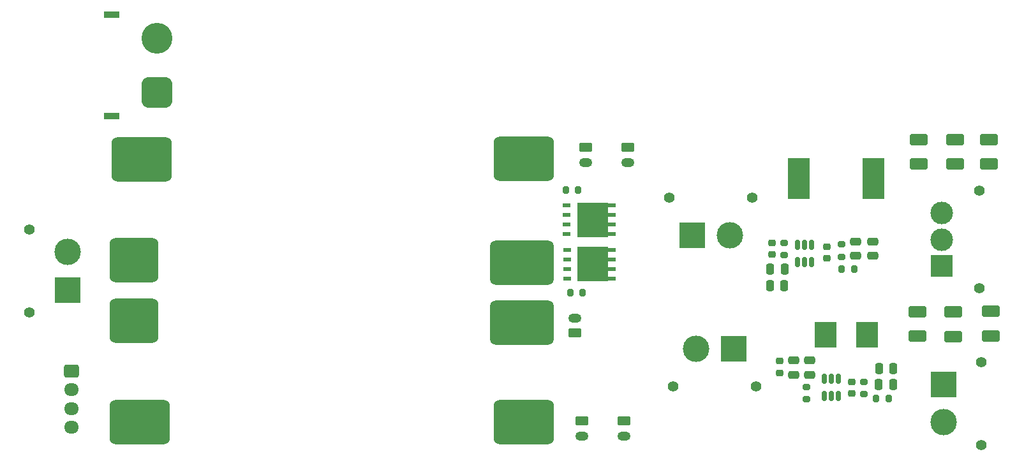
<source format=gbr>
%TF.GenerationSoftware,KiCad,Pcbnew,8.0.1*%
%TF.CreationDate,2024-08-18T09:44:38+02:00*%
%TF.ProjectId,robal_power_board,726f6261-6c5f-4706-9f77-65725f626f61,rev?*%
%TF.SameCoordinates,Original*%
%TF.FileFunction,Soldermask,Top*%
%TF.FilePolarity,Negative*%
%FSLAX46Y46*%
G04 Gerber Fmt 4.6, Leading zero omitted, Abs format (unit mm)*
G04 Created by KiCad (PCBNEW 8.0.1) date 2024-08-18 09:44:38*
%MOMM*%
%LPD*%
G01*
G04 APERTURE LIST*
G04 Aperture macros list*
%AMRoundRect*
0 Rectangle with rounded corners*
0 $1 Rounding radius*
0 $2 $3 $4 $5 $6 $7 $8 $9 X,Y pos of 4 corners*
0 Add a 4 corners polygon primitive as box body*
4,1,4,$2,$3,$4,$5,$6,$7,$8,$9,$2,$3,0*
0 Add four circle primitives for the rounded corners*
1,1,$1+$1,$2,$3*
1,1,$1+$1,$4,$5*
1,1,$1+$1,$6,$7*
1,1,$1+$1,$8,$9*
0 Add four rect primitives between the rounded corners*
20,1,$1+$1,$2,$3,$4,$5,0*
20,1,$1+$1,$4,$5,$6,$7,0*
20,1,$1+$1,$6,$7,$8,$9,0*
20,1,$1+$1,$8,$9,$2,$3,0*%
G04 Aperture macros list end*
%ADD10R,2.950000X3.500000*%
%ADD11C,1.400000*%
%ADD12R,3.500000X3.500000*%
%ADD13C,3.500000*%
%ADD14R,2.900000X5.400000*%
%ADD15RoundRect,0.150000X-0.150000X0.512500X-0.150000X-0.512500X0.150000X-0.512500X0.150000X0.512500X0*%
%ADD16R,1.075000X0.500000*%
%ADD17R,4.120000X4.600000*%
%ADD18R,0.975000X0.500000*%
%ADD19RoundRect,0.250001X-0.924999X0.499999X-0.924999X-0.499999X0.924999X-0.499999X0.924999X0.499999X0*%
%ADD20RoundRect,0.225000X-0.250000X0.225000X-0.250000X-0.225000X0.250000X-0.225000X0.250000X0.225000X0*%
%ADD21RoundRect,0.225000X0.250000X-0.225000X0.250000X0.225000X-0.250000X0.225000X-0.250000X-0.225000X0*%
%ADD22RoundRect,0.250000X0.625000X-0.350000X0.625000X0.350000X-0.625000X0.350000X-0.625000X-0.350000X0*%
%ADD23O,1.750000X1.200000*%
%ADD24RoundRect,0.250000X0.475000X-0.250000X0.475000X0.250000X-0.475000X0.250000X-0.475000X-0.250000X0*%
%ADD25RoundRect,0.200000X0.275000X-0.200000X0.275000X0.200000X-0.275000X0.200000X-0.275000X-0.200000X0*%
%ADD26RoundRect,0.250001X0.924999X-0.499999X0.924999X0.499999X-0.924999X0.499999X-0.924999X-0.499999X0*%
%ADD27RoundRect,0.900000X3.100000X-2.100000X3.100000X2.100000X-3.100000X2.100000X-3.100000X-2.100000X0*%
%ADD28RoundRect,0.900000X3.100000X2.100000X-3.100000X2.100000X-3.100000X-2.100000X3.100000X-2.100000X0*%
%ADD29RoundRect,0.900000X-3.100000X-2.100000X3.100000X-2.100000X3.100000X2.100000X-3.100000X2.100000X0*%
%ADD30RoundRect,0.900000X-3.100000X2.100000X-3.100000X-2.100000X3.100000X-2.100000X3.100000X2.100000X0*%
%ADD31RoundRect,0.900000X-2.350000X2.100000X-2.350000X-2.100000X2.350000X-2.100000X2.350000X2.100000X0*%
%ADD32RoundRect,0.900000X3.350000X-2.100000X3.350000X2.100000X-3.350000X2.100000X-3.350000X-2.100000X0*%
%ADD33RoundRect,0.200000X-0.200000X-0.275000X0.200000X-0.275000X0.200000X0.275000X-0.200000X0.275000X0*%
%ADD34RoundRect,0.250000X-0.625000X0.350000X-0.625000X-0.350000X0.625000X-0.350000X0.625000X0.350000X0*%
%ADD35R,2.000000X0.900000*%
%ADD36RoundRect,1.025000X1.025000X-1.025000X1.025000X1.025000X-1.025000X1.025000X-1.025000X-1.025000X0*%
%ADD37C,4.100000*%
%ADD38RoundRect,0.200000X0.200000X0.275000X-0.200000X0.275000X-0.200000X-0.275000X0.200000X-0.275000X0*%
%ADD39RoundRect,0.250000X-0.725000X0.600000X-0.725000X-0.600000X0.725000X-0.600000X0.725000X0.600000X0*%
%ADD40O,1.950000X1.700000*%
%ADD41RoundRect,0.250000X0.250000X0.475000X-0.250000X0.475000X-0.250000X-0.475000X0.250000X-0.475000X0*%
%ADD42RoundRect,0.250000X-0.250000X-0.475000X0.250000X-0.475000X0.250000X0.475000X-0.250000X0.475000X0*%
%ADD43R,3.000000X3.000000*%
%ADD44C,3.000000*%
G04 APERTURE END LIST*
D10*
%TO.C,L1*%
X180567500Y-94705500D03*
X175117500Y-94705500D03*
%TD*%
D11*
%TO.C,J11*%
X154398000Y-76526000D03*
X165398000Y-76526000D03*
D12*
X157398000Y-81526000D03*
D13*
X162398000Y-81526000D03*
%TD*%
D14*
%TO.C,L5*%
X181450000Y-74000000D03*
X171550000Y-74000000D03*
%TD*%
D15*
%TO.C,IC2*%
X173252000Y-82752000D03*
X172302000Y-82752000D03*
X171352000Y-82752000D03*
X171352000Y-85027000D03*
X172302000Y-85027000D03*
X173252000Y-85027000D03*
%TD*%
D16*
%TO.C,Q2*%
X140801500Y-87249000D03*
D17*
X144229000Y-85344000D03*
D18*
X146776500Y-83439000D03*
X146776500Y-84709000D03*
X146776500Y-85979000D03*
X146776500Y-87249000D03*
D16*
X140801500Y-83439000D03*
X140801500Y-84709000D03*
X140801500Y-85979000D03*
%TD*%
D15*
%TO.C,IC1*%
X176792500Y-100568000D03*
X175842500Y-100568000D03*
X174892500Y-100568000D03*
X174892500Y-102843000D03*
X175842500Y-102843000D03*
X176792500Y-102843000D03*
%TD*%
D19*
%TO.C,C8*%
X187250000Y-91665000D03*
X187250000Y-94915000D03*
%TD*%
D20*
%TO.C,C22*%
X175302000Y-83027000D03*
X175302000Y-84577000D03*
%TD*%
D21*
%TO.C,C5*%
X168984500Y-99761500D03*
X168984500Y-98211500D03*
%TD*%
D20*
%TO.C,C6*%
X178540251Y-100991374D03*
X178540251Y-102541374D03*
%TD*%
D22*
%TO.C,SWITCH*%
X141862326Y-94486718D03*
D23*
X141862326Y-92486718D03*
%TD*%
D24*
%TO.C,C3*%
X170866356Y-100032673D03*
X170866356Y-98132673D03*
%TD*%
D19*
%TO.C,C11*%
X197000000Y-91619920D03*
X197000000Y-94869920D03*
%TD*%
D25*
%TO.C,R9*%
X169610383Y-84153766D03*
X169610383Y-82503766D03*
%TD*%
D26*
%TO.C,C12*%
X187500000Y-72055000D03*
X187500000Y-68805000D03*
%TD*%
D27*
%TO.C,U1*%
X84074000Y-106336000D03*
D28*
X135074000Y-106336000D03*
D29*
X84324000Y-71461000D03*
D30*
X135074000Y-71336000D03*
D31*
X83324000Y-84836000D03*
X83324000Y-92836000D03*
D32*
X134824000Y-85136000D03*
X134824000Y-93136000D03*
%TD*%
D33*
%TO.C,R1*%
X140631859Y-75465502D03*
X142281859Y-75465502D03*
%TD*%
D11*
%TO.C,SENSOR_BOARD*%
X195756000Y-98322000D03*
X195756000Y-109322000D03*
D12*
X190756000Y-101322000D03*
D13*
X190756000Y-106322000D03*
%TD*%
D24*
%TO.C,C18*%
X181342324Y-84249687D03*
X181342324Y-82349687D03*
%TD*%
D19*
%TO.C,C9*%
X192000000Y-91683563D03*
X192000000Y-94933563D03*
%TD*%
D34*
%TO.C,J13*%
X148886000Y-69866000D03*
D23*
X148886000Y-71866000D03*
%TD*%
D20*
%TO.C,C21*%
X167998377Y-82508287D03*
X167998377Y-84058287D03*
%TD*%
D26*
%TO.C,C10*%
X196750000Y-72036266D03*
X196750000Y-68786266D03*
%TD*%
D35*
%TO.C,J1*%
X80398000Y-65678000D03*
X80398000Y-52178000D03*
D36*
X86398000Y-62528000D03*
D37*
X86398000Y-55328000D03*
%TD*%
D33*
%TO.C,R5*%
X141224000Y-89154000D03*
X142874000Y-89154000D03*
%TD*%
D38*
%TO.C,R8*%
X178895355Y-85974888D03*
X177245355Y-85974888D03*
%TD*%
D34*
%TO.C,J6*%
X148336000Y-106172000D03*
D23*
X148336000Y-108172000D03*
%TD*%
D11*
%TO.C,J12*%
X165906000Y-101592000D03*
X154906000Y-101592000D03*
D12*
X162906000Y-96592000D03*
D13*
X157906000Y-96592000D03*
%TD*%
D16*
%TO.C,Q1*%
X140764000Y-81344000D03*
D17*
X144191500Y-79439000D03*
D18*
X146739000Y-77534000D03*
X146739000Y-78804000D03*
X146739000Y-80074000D03*
X146739000Y-81344000D03*
D16*
X140764000Y-77534000D03*
X140764000Y-78804000D03*
X140764000Y-80074000D03*
%TD*%
D39*
%TO.C,J2*%
X75000000Y-99500000D03*
D40*
X75000000Y-102000000D03*
X75000000Y-104500000D03*
X75000000Y-107000000D03*
%TD*%
D34*
%TO.C,J10*%
X142748000Y-106172000D03*
D23*
X142748000Y-108172000D03*
%TD*%
D24*
%TO.C,C13*%
X179106205Y-84248472D03*
X179106205Y-82348472D03*
%TD*%
D41*
%TO.C,C1*%
X184058440Y-101307482D03*
X182158440Y-101307482D03*
%TD*%
D24*
%TO.C,C4*%
X172949000Y-100017307D03*
X172949000Y-98117307D03*
%TD*%
D34*
%TO.C,J8*%
X143256000Y-69850000D03*
D23*
X143256000Y-71850000D03*
%TD*%
D25*
%TO.C,R10*%
X177206854Y-84383497D03*
X177206854Y-82733497D03*
%TD*%
D42*
%TO.C,C20*%
X167734257Y-88166977D03*
X169634257Y-88166977D03*
%TD*%
D11*
%TO.C,CHARGER*%
X69476000Y-91750000D03*
X69476000Y-80750000D03*
D12*
X74476000Y-88750000D03*
D13*
X74476000Y-83750000D03*
%TD*%
D11*
%TO.C,J9*%
X195506000Y-75572000D03*
X195506000Y-88572000D03*
D43*
X190506000Y-85572000D03*
D44*
X190506000Y-82072000D03*
X190506000Y-78572000D03*
%TD*%
D25*
%TO.C,R3*%
X172540500Y-103304500D03*
X172540500Y-101654500D03*
%TD*%
D41*
%TO.C,C2*%
X184093739Y-99207168D03*
X182193739Y-99207168D03*
%TD*%
D25*
%TO.C,R4*%
X180181673Y-102609024D03*
X180181673Y-100959024D03*
%TD*%
D42*
%TO.C,C19*%
X167760082Y-86009654D03*
X169660082Y-86009654D03*
%TD*%
D38*
%TO.C,R2*%
X183480000Y-103196000D03*
X181830000Y-103196000D03*
%TD*%
D26*
%TO.C,C7*%
X192250000Y-72048614D03*
X192250000Y-68798614D03*
%TD*%
M02*

</source>
